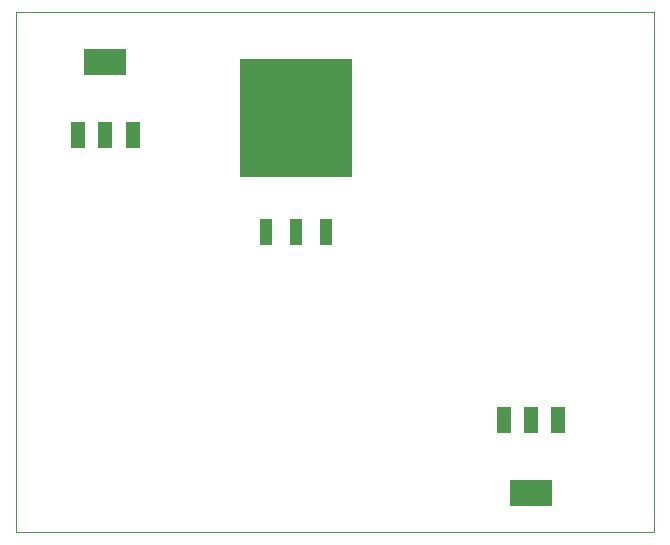
<source format=gbp>
G75*
%MOIN*%
%OFA0B0*%
%FSLAX25Y25*%
%IPPOS*%
%LPD*%
%AMOC8*
5,1,8,0,0,1.08239X$1,22.5*
%
%ADD10C,0.00000*%
%ADD11R,0.04800X0.08800*%
%ADD12R,0.14173X0.08661*%
%ADD13R,0.04200X0.08500*%
%ADD14R,0.37402X0.39370*%
D10*
X0173228Y0070866D02*
X0173228Y0244094D01*
X0385827Y0244094D01*
X0385827Y0070866D01*
X0173228Y0070866D01*
D11*
X0193892Y0203076D03*
X0202992Y0203076D03*
X0212092Y0203076D03*
X0335782Y0108263D03*
X0344882Y0108263D03*
X0353982Y0108263D03*
D12*
X0344882Y0083862D03*
X0202992Y0227476D03*
D13*
X0256693Y0170940D03*
X0266693Y0170940D03*
X0276693Y0170940D03*
D14*
X0266693Y0208740D03*
M02*

</source>
